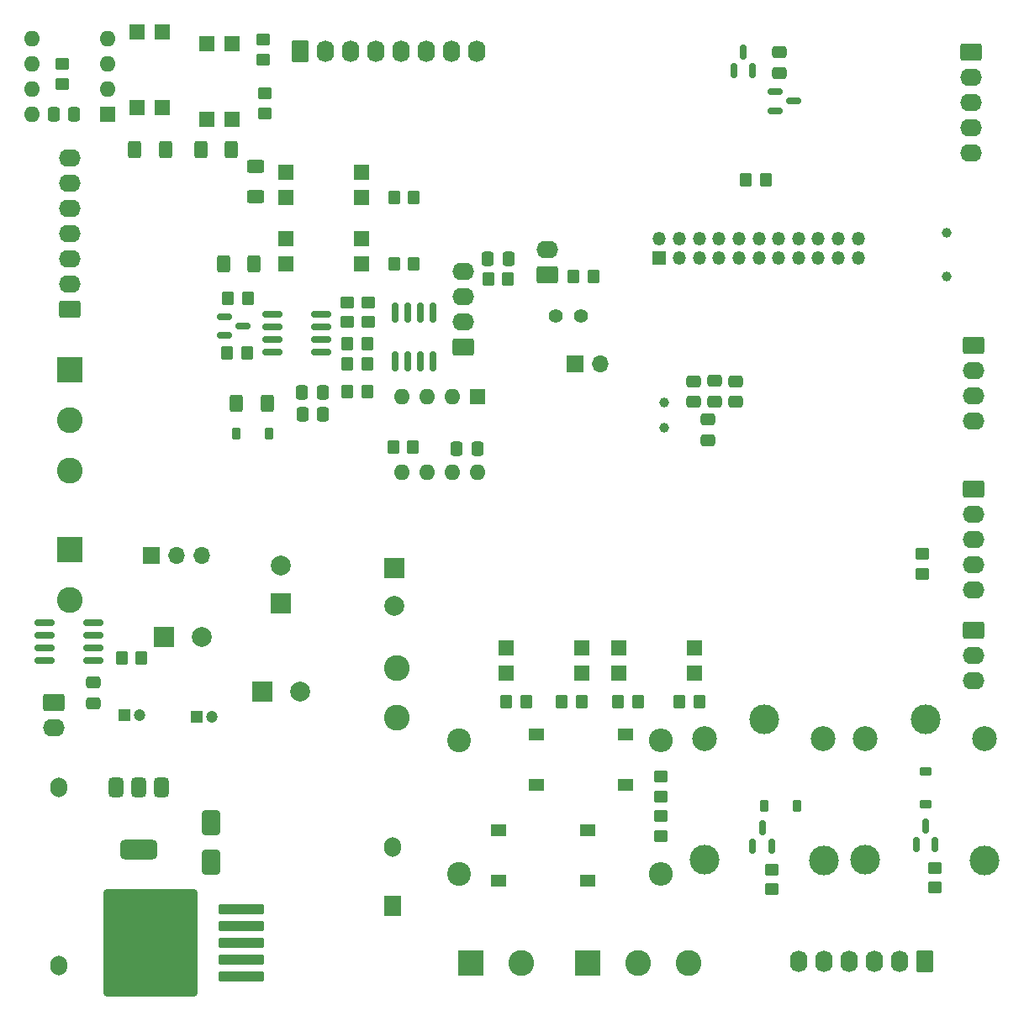
<source format=gbr>
%TF.GenerationSoftware,KiCad,Pcbnew,8.0.2-8.0.2-0~ubuntu22.04.1*%
%TF.CreationDate,2024-05-24T16:28:22+03:30*%
%TF.ProjectId,test,74657374-2e6b-4696-9361-645f70636258,rev?*%
%TF.SameCoordinates,Original*%
%TF.FileFunction,Soldermask,Bot*%
%TF.FilePolarity,Negative*%
%FSLAX46Y46*%
G04 Gerber Fmt 4.6, Leading zero omitted, Abs format (unit mm)*
G04 Created by KiCad (PCBNEW 8.0.2-8.0.2-0~ubuntu22.04.1) date 2024-05-24 16:28:22*
%MOMM*%
%LPD*%
G01*
G04 APERTURE LIST*
G04 Aperture macros list*
%AMRoundRect*
0 Rectangle with rounded corners*
0 $1 Rounding radius*
0 $2 $3 $4 $5 $6 $7 $8 $9 X,Y pos of 4 corners*
0 Add a 4 corners polygon primitive as box body*
4,1,4,$2,$3,$4,$5,$6,$7,$8,$9,$2,$3,0*
0 Add four circle primitives for the rounded corners*
1,1,$1+$1,$2,$3*
1,1,$1+$1,$4,$5*
1,1,$1+$1,$6,$7*
1,1,$1+$1,$8,$9*
0 Add four rect primitives between the rounded corners*
20,1,$1+$1,$2,$3,$4,$5,0*
20,1,$1+$1,$4,$5,$6,$7,0*
20,1,$1+$1,$6,$7,$8,$9,0*
20,1,$1+$1,$8,$9,$2,$3,0*%
G04 Aperture macros list end*
%ADD10C,3.000000*%
%ADD11C,2.500000*%
%ADD12C,2.000000*%
%ADD13R,2.000000X2.000000*%
%ADD14RoundRect,0.250000X0.845000X-0.620000X0.845000X0.620000X-0.845000X0.620000X-0.845000X-0.620000X0*%
%ADD15O,2.190000X1.740000*%
%ADD16R,1.700000X2.000000*%
%ADD17O,1.700000X2.000000*%
%ADD18RoundRect,0.250000X0.620000X0.845000X-0.620000X0.845000X-0.620000X-0.845000X0.620000X-0.845000X0*%
%ADD19O,1.740000X2.190000*%
%ADD20RoundRect,0.250000X-0.845000X0.620000X-0.845000X-0.620000X0.845000X-0.620000X0.845000X0.620000X0*%
%ADD21C,1.400000*%
%ADD22C,2.600000*%
%ADD23R,2.600000X2.600000*%
%ADD24C,2.400000*%
%ADD25O,2.400000X2.400000*%
%ADD26C,1.000000*%
%ADD27R,1.200000X1.200000*%
%ADD28C,1.200000*%
%ADD29R,1.600000X1.600000*%
%ADD30O,1.600000X1.600000*%
%ADD31R,1.700000X1.700000*%
%ADD32O,1.700000X1.700000*%
%ADD33RoundRect,0.250000X-0.620000X-0.845000X0.620000X-0.845000X0.620000X0.845000X-0.620000X0.845000X0*%
%ADD34R,1.350000X1.350000*%
%ADD35O,1.350000X1.350000*%
%ADD36RoundRect,0.375000X-0.375000X0.625000X-0.375000X-0.625000X0.375000X-0.625000X0.375000X0.625000X0*%
%ADD37RoundRect,0.500000X-1.400000X0.500000X-1.400000X-0.500000X1.400000X-0.500000X1.400000X0.500000X0*%
%ADD38RoundRect,0.250000X-0.450000X0.350000X-0.450000X-0.350000X0.450000X-0.350000X0.450000X0.350000X0*%
%ADD39RoundRect,0.150000X-0.587500X-0.150000X0.587500X-0.150000X0.587500X0.150000X-0.587500X0.150000X0*%
%ADD40RoundRect,0.250000X0.450000X-0.350000X0.450000X0.350000X-0.450000X0.350000X-0.450000X-0.350000X0*%
%ADD41R,1.500000X1.300000*%
%ADD42RoundRect,0.250000X-0.400000X-0.625000X0.400000X-0.625000X0.400000X0.625000X-0.400000X0.625000X0*%
%ADD43RoundRect,0.250000X0.350000X0.450000X-0.350000X0.450000X-0.350000X-0.450000X0.350000X-0.450000X0*%
%ADD44RoundRect,0.225000X-0.375000X0.225000X-0.375000X-0.225000X0.375000X-0.225000X0.375000X0.225000X0*%
%ADD45RoundRect,0.250000X0.337500X0.475000X-0.337500X0.475000X-0.337500X-0.475000X0.337500X-0.475000X0*%
%ADD46RoundRect,0.150000X0.150000X-0.587500X0.150000X0.587500X-0.150000X0.587500X-0.150000X-0.587500X0*%
%ADD47RoundRect,0.250000X0.475000X-0.337500X0.475000X0.337500X-0.475000X0.337500X-0.475000X-0.337500X0*%
%ADD48RoundRect,0.150000X-0.825000X-0.150000X0.825000X-0.150000X0.825000X0.150000X-0.825000X0.150000X0*%
%ADD49RoundRect,0.250000X-0.625000X0.400000X-0.625000X-0.400000X0.625000X-0.400000X0.625000X0.400000X0*%
%ADD50RoundRect,0.250000X2.050000X0.300000X-2.050000X0.300000X-2.050000X-0.300000X2.050000X-0.300000X0*%
%ADD51RoundRect,0.250002X4.449998X5.149998X-4.449998X5.149998X-4.449998X-5.149998X4.449998X-5.149998X0*%
%ADD52RoundRect,0.250000X-0.350000X-0.450000X0.350000X-0.450000X0.350000X0.450000X-0.350000X0.450000X0*%
%ADD53RoundRect,0.225000X0.225000X0.375000X-0.225000X0.375000X-0.225000X-0.375000X0.225000X-0.375000X0*%
%ADD54RoundRect,0.250000X0.400000X0.625000X-0.400000X0.625000X-0.400000X-0.625000X0.400000X-0.625000X0*%
%ADD55RoundRect,0.250000X-0.475000X0.337500X-0.475000X-0.337500X0.475000X-0.337500X0.475000X0.337500X0*%
%ADD56RoundRect,0.250000X-0.337500X-0.475000X0.337500X-0.475000X0.337500X0.475000X-0.337500X0.475000X0*%
%ADD57RoundRect,0.225000X-0.225000X-0.375000X0.225000X-0.375000X0.225000X0.375000X-0.225000X0.375000X0*%
%ADD58RoundRect,0.150000X-0.150000X0.825000X-0.150000X-0.825000X0.150000X-0.825000X0.150000X0.825000X0*%
%ADD59RoundRect,0.150000X0.825000X0.150000X-0.825000X0.150000X-0.825000X-0.150000X0.825000X-0.150000X0*%
%ADD60RoundRect,0.250000X0.650000X-1.000000X0.650000X1.000000X-0.650000X1.000000X-0.650000X-1.000000X0*%
G04 APERTURE END LIST*
D10*
%TO.C,relay2*%
X75210000Y-70640000D03*
D11*
X69160000Y-72590000D03*
D10*
X69160000Y-84790000D03*
X81210000Y-84840000D03*
D11*
X81160000Y-72590000D03*
%TD*%
D12*
%TO.C,crs2*%
X18530000Y-62380000D03*
D13*
X14730000Y-62380000D03*
%TD*%
D14*
%TO.C,usb1*%
X53360000Y-25840000D03*
D15*
X53360000Y-23300000D03*
%TD*%
D16*
%TO.C,PS1*%
X37757500Y-89487500D03*
D17*
X37757500Y-83487500D03*
X4157500Y-95487500D03*
X4157500Y-77487500D03*
%TD*%
D18*
%TO.C,Relay Out*%
X91400000Y-95000000D03*
D19*
X88860000Y-95000000D03*
X86320000Y-95000000D03*
X83780000Y-95000000D03*
X81240000Y-95000000D03*
X78700000Y-95000000D03*
%TD*%
D14*
%TO.C,DIN*%
X5250000Y-29340000D03*
D15*
X5250000Y-26800000D03*
X5250000Y-24260000D03*
X5250000Y-21720000D03*
X5250000Y-19180000D03*
X5250000Y-16640000D03*
X5250000Y-14100000D03*
%TD*%
D13*
%TO.C,crs1*%
X24670000Y-67850000D03*
D12*
X28470000Y-67850000D03*
%TD*%
D20*
%TO.C,eprg1*%
X96000000Y-3420000D03*
D15*
X96000000Y-5960000D03*
X96000000Y-8500000D03*
X96000000Y-11040000D03*
X96000000Y-13580000D03*
%TD*%
D21*
%TO.C,IO3S*%
X54250000Y-30000000D03*
X56790000Y-30000000D03*
%TD*%
D22*
%TO.C,thermo*%
X5270000Y-58660000D03*
D23*
X5270000Y-53580000D03*
%TD*%
D10*
%TO.C,relay1*%
X91420000Y-70670000D03*
D11*
X85370000Y-72620000D03*
D10*
X85370000Y-84820000D03*
X97420000Y-84870000D03*
D11*
X97370000Y-72620000D03*
%TD*%
D24*
%TO.C,rb2*%
X44480000Y-72770000D03*
D25*
X64800000Y-72770000D03*
%TD*%
D26*
%TO.C,espprg*%
X93595000Y-26010000D03*
X93595000Y-21610000D03*
%TD*%
D20*
%TO.C,stprg*%
X96290000Y-47440000D03*
D15*
X96290000Y-49980000D03*
X96290000Y-52520000D03*
X96290000Y-55060000D03*
X96290000Y-57600000D03*
%TD*%
D13*
%TO.C,cr3*%
X26550000Y-58965354D03*
D12*
X26550000Y-55165354D03*
%TD*%
D27*
%TO.C,C2*%
X18040000Y-70390000D03*
D28*
X19540000Y-70390000D03*
%TD*%
D23*
%TO.C,220in1*%
X57410000Y-95230000D03*
D22*
X62490000Y-95230000D03*
X67570000Y-95230000D03*
%TD*%
D29*
%TO.C,HS2*%
X46310000Y-38132500D03*
D30*
X43770000Y-38132500D03*
X41230000Y-38132500D03*
X38690000Y-38132500D03*
X38690000Y-45752500D03*
X41230000Y-45752500D03*
X43770000Y-45752500D03*
X46310000Y-45752500D03*
%TD*%
D23*
%TO.C,acin1*%
X45615000Y-95180000D03*
D22*
X50695000Y-95180000D03*
%TD*%
D20*
%TO.C,OLED1*%
X96270000Y-32950000D03*
D15*
X96270000Y-35490000D03*
X96270000Y-38030000D03*
X96270000Y-40570000D03*
%TD*%
D31*
%TO.C,mcur1*%
X56125000Y-34820000D03*
D32*
X58665000Y-34820000D03*
%TD*%
D22*
%TO.C,L24*%
X38240000Y-65520000D03*
X38240000Y-70520000D03*
%TD*%
D20*
%TO.C,24in*%
X3680000Y-68950000D03*
D15*
X3680000Y-71490000D03*
%TD*%
D29*
%TO.C,HS1*%
X9120000Y-9710000D03*
D30*
X9120000Y-7170000D03*
X9120000Y-4630000D03*
X9120000Y-2090000D03*
X1500000Y-2090000D03*
X1500000Y-4630000D03*
X1500000Y-7170000D03*
X1500000Y-9710000D03*
%TD*%
D33*
%TO.C,DDO1*%
X28440000Y-3380000D03*
D19*
X30980000Y-3380000D03*
X33520000Y-3380000D03*
X36060000Y-3380000D03*
X38600000Y-3380000D03*
X41140000Y-3380000D03*
X43680000Y-3380000D03*
X46220000Y-3380000D03*
%TD*%
D26*
%TO.C,lse1*%
X65160000Y-38700000D03*
X65160000Y-41240000D03*
%TD*%
D24*
%TO.C,rb1*%
X44480000Y-86220000D03*
D25*
X64800000Y-86220000D03*
%TD*%
D13*
%TO.C,cr2*%
X37980000Y-55430000D03*
D12*
X37980000Y-59230000D03*
%TD*%
D23*
%TO.C,modbus*%
X5290000Y-35410000D03*
D22*
X5290000Y-40490000D03*
X5290000Y-45570000D03*
%TD*%
D34*
%TO.C,espio1*%
X64660000Y-24210000D03*
D35*
X64660000Y-22210000D03*
X66660000Y-24210000D03*
X66660000Y-22210000D03*
X68660000Y-24210000D03*
X68660000Y-22210000D03*
X70660000Y-24210000D03*
X70660000Y-22210000D03*
X72660000Y-24210000D03*
X72660000Y-22210000D03*
X74660000Y-24210000D03*
X74660000Y-22210000D03*
X76660000Y-24210000D03*
X76660000Y-22210000D03*
X78660000Y-24210000D03*
X78660000Y-22210000D03*
X80660000Y-24210000D03*
X80660000Y-22210000D03*
X82660000Y-24210000D03*
X82660000Y-22210000D03*
X84660000Y-24210000D03*
X84660000Y-22210000D03*
%TD*%
D20*
%TO.C,AIN1*%
X96330000Y-61670000D03*
D15*
X96330000Y-64210000D03*
X96330000Y-66750000D03*
%TD*%
D14*
%TO.C,iso5*%
X44900000Y-33180000D03*
D15*
X44900000Y-30640000D03*
X44900000Y-28100000D03*
X44900000Y-25560000D03*
%TD*%
D31*
%TO.C,pwrsel*%
X13495000Y-54150000D03*
D32*
X16035000Y-54150000D03*
X18575000Y-54150000D03*
%TD*%
D27*
%TO.C,C1*%
X10770000Y-70230000D03*
D28*
X12270000Y-70230000D03*
%TD*%
D36*
%TO.C,U2*%
X9887500Y-77510000D03*
X12187500Y-77510000D03*
D37*
X12187500Y-83810000D03*
D36*
X14487500Y-77510000D03*
%TD*%
D38*
%TO.C,r35*%
X24910000Y-7580000D03*
X24910000Y-9580000D03*
%TD*%
D39*
%TO.C,qm1*%
X20822500Y-31980000D03*
X20822500Y-30080000D03*
X22697500Y-31030000D03*
%TD*%
D29*
%TO.C,out1*%
X27030000Y-24800000D03*
X27030000Y-22260000D03*
X34650000Y-22260000D03*
X34650000Y-24800000D03*
%TD*%
D40*
%TO.C,r18*%
X64830000Y-78450000D03*
X64830000Y-76450000D03*
%TD*%
D41*
%TO.C,bridge1*%
X52300000Y-77280000D03*
X52300000Y-72180000D03*
X61200000Y-72180000D03*
X61200000Y-77280000D03*
%TD*%
D42*
%TO.C,r28*%
X20740000Y-24790000D03*
X23840000Y-24790000D03*
%TD*%
D43*
%TO.C,r17*%
X68650000Y-68850000D03*
X66650000Y-68850000D03*
%TD*%
D44*
%TO.C,dr1*%
X91450000Y-75910000D03*
X91450000Y-79210000D03*
%TD*%
D45*
%TO.C,cm7*%
X46317500Y-43410000D03*
X44242500Y-43410000D03*
%TD*%
D39*
%TO.C,Q2*%
X76275000Y-9320000D03*
X76275000Y-7420000D03*
X78150000Y-8370000D03*
%TD*%
D46*
%TO.C,qr1*%
X92402500Y-83247856D03*
X90502500Y-83247856D03*
X91452500Y-81372856D03*
%TD*%
D29*
%TO.C,out4*%
X14610000Y-9000000D03*
X12070000Y-9000000D03*
X12070000Y-1380000D03*
X14610000Y-1380000D03*
%TD*%
%TO.C,aco2*%
X49180000Y-66020000D03*
X49180000Y-63480000D03*
X56800000Y-63480000D03*
X56800000Y-66020000D03*
%TD*%
D43*
%TO.C,r21*%
X62510000Y-68880000D03*
X60510000Y-68880000D03*
%TD*%
D47*
%TO.C,cen1*%
X76700000Y-5537500D03*
X76700000Y-3462500D03*
%TD*%
D40*
%TO.C,r34*%
X24740000Y-4190000D03*
X24740000Y-2190000D03*
%TD*%
D48*
%TO.C,U3*%
X25655000Y-33640000D03*
X25655000Y-32370000D03*
X25655000Y-31100000D03*
X25655000Y-29830000D03*
X30605000Y-29830000D03*
X30605000Y-31100000D03*
X30605000Y-32370000D03*
X30605000Y-33640000D03*
%TD*%
D42*
%TO.C,r33*%
X11830000Y-13210000D03*
X14930000Y-13210000D03*
%TD*%
D49*
%TO.C,r29*%
X23970000Y-14920000D03*
X23970000Y-18020000D03*
%TD*%
D50*
%TO.C,U5*%
X22550000Y-89800000D03*
X22550000Y-91500000D03*
X22550000Y-93200000D03*
D51*
X13400000Y-93200000D03*
D50*
X22550000Y-94900000D03*
X22550000Y-96600000D03*
%TD*%
D29*
%TO.C,out3*%
X21640000Y-10220000D03*
X19100000Y-10220000D03*
X19100000Y-2600000D03*
X21640000Y-2600000D03*
%TD*%
D43*
%TO.C,r5*%
X39840000Y-43200000D03*
X37840000Y-43200000D03*
%TD*%
%TO.C,r23*%
X23115000Y-33780000D03*
X21115000Y-33780000D03*
%TD*%
D52*
%TO.C,ebj1*%
X56000000Y-26000000D03*
X58000000Y-26000000D03*
%TD*%
D53*
%TO.C,dr2*%
X78497500Y-79340000D03*
X75197500Y-79340000D03*
%TD*%
D54*
%TO.C,r2*%
X25157500Y-38830000D03*
X22057500Y-38830000D03*
%TD*%
D52*
%TO.C,rsj1*%
X33225000Y-34860000D03*
X35225000Y-34860000D03*
%TD*%
D29*
%TO.C,aco1*%
X68180000Y-63480000D03*
X68180000Y-66020000D03*
X60560000Y-66020000D03*
X60560000Y-63480000D03*
%TD*%
D52*
%TO.C,r30*%
X37920000Y-24730000D03*
X39920000Y-24730000D03*
%TD*%
%TO.C,r31*%
X37920000Y-18090000D03*
X39920000Y-18090000D03*
%TD*%
%TO.C,rsj0*%
X33225000Y-32810000D03*
X35225000Y-32810000D03*
%TD*%
D55*
%TO.C,cx1*%
X7630000Y-66972500D03*
X7630000Y-69047500D03*
%TD*%
D47*
%TO.C,cm4*%
X70170000Y-38647500D03*
X70170000Y-36572500D03*
%TD*%
D52*
%TO.C,r20*%
X49230000Y-68910000D03*
X51230000Y-68910000D03*
%TD*%
D40*
%TO.C,rlb1*%
X92400000Y-87630356D03*
X92400000Y-85630356D03*
%TD*%
D56*
%TO.C,cm6*%
X3632500Y-9720000D03*
X5707500Y-9720000D03*
%TD*%
D46*
%TO.C,Q1*%
X74030000Y-5267500D03*
X72130000Y-5267500D03*
X73080000Y-3392500D03*
%TD*%
D40*
%TO.C,rlb2*%
X76000000Y-87800000D03*
X76000000Y-85800000D03*
%TD*%
D52*
%TO.C,r26*%
X33240000Y-37660000D03*
X35240000Y-37660000D03*
%TD*%
D56*
%TO.C,c3*%
X28697500Y-39950000D03*
X30772500Y-39950000D03*
%TD*%
D41*
%TO.C,bridge2*%
X48490000Y-86910000D03*
X48490000Y-81810000D03*
X57390000Y-81810000D03*
X57390000Y-86910000D03*
%TD*%
D47*
%TO.C,cm3*%
X72310000Y-38667500D03*
X72310000Y-36592500D03*
%TD*%
%TO.C,cm2*%
X69500000Y-42537500D03*
X69500000Y-40462500D03*
%TD*%
D29*
%TO.C,out2*%
X27030000Y-18050000D03*
X27030000Y-15510000D03*
X34650000Y-15510000D03*
X34650000Y-18050000D03*
%TD*%
D43*
%TO.C,mxj1*%
X12500000Y-64500000D03*
X10500000Y-64500000D03*
%TD*%
D40*
%TO.C,rf1*%
X91160000Y-56000000D03*
X91160000Y-54000000D03*
%TD*%
D47*
%TO.C,cm5*%
X68070000Y-38657500D03*
X68070000Y-36582500D03*
%TD*%
D43*
%TO.C,rsjg1*%
X49400000Y-26330000D03*
X47400000Y-26330000D03*
%TD*%
D56*
%TO.C,c6*%
X28647500Y-37730000D03*
X30722500Y-37730000D03*
%TD*%
%TO.C,c7*%
X47382500Y-24260000D03*
X49457500Y-24260000D03*
%TD*%
D57*
%TO.C,di2*%
X22032500Y-41850000D03*
X25332500Y-41850000D03*
%TD*%
D43*
%TO.C,r22*%
X56826666Y-68880000D03*
X54826666Y-68880000D03*
%TD*%
D38*
%TO.C,r6*%
X35365000Y-28640000D03*
X35365000Y-30640000D03*
%TD*%
D58*
%TO.C,iso1*%
X38015000Y-29675000D03*
X39285000Y-29675000D03*
X40555000Y-29675000D03*
X41825000Y-29675000D03*
X41825000Y-34625000D03*
X40555000Y-34625000D03*
X39285000Y-34625000D03*
X38015000Y-34625000D03*
%TD*%
D38*
%TO.C,r1*%
X4470000Y-4620000D03*
X4470000Y-6620000D03*
%TD*%
D59*
%TO.C,U6*%
X7675000Y-60905000D03*
X7675000Y-62175000D03*
X7675000Y-63445000D03*
X7675000Y-64715000D03*
X2725000Y-64715000D03*
X2725000Y-63445000D03*
X2725000Y-62175000D03*
X2725000Y-60905000D03*
%TD*%
D46*
%TO.C,qr2*%
X75950000Y-83437500D03*
X74050000Y-83437500D03*
X75000000Y-81562500D03*
%TD*%
D60*
%TO.C,Ds1*%
X19510000Y-85050000D03*
X19510000Y-81050000D03*
%TD*%
D38*
%TO.C,r27*%
X33205000Y-28620000D03*
X33205000Y-30620000D03*
%TD*%
D52*
%TO.C,ebp2*%
X73340000Y-16270000D03*
X75340000Y-16270000D03*
%TD*%
D42*
%TO.C,r32*%
X18460000Y-13250000D03*
X21560000Y-13250000D03*
%TD*%
D38*
%TO.C,r19*%
X64830000Y-80410000D03*
X64830000Y-82410000D03*
%TD*%
D52*
%TO.C,r24*%
X21185000Y-28200000D03*
X23185000Y-28200000D03*
%TD*%
M02*

</source>
